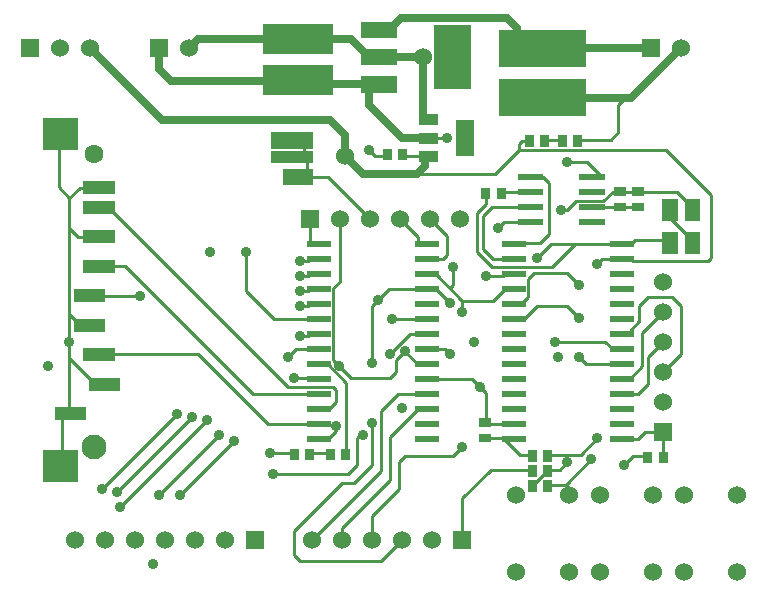
<source format=gbr>
G04 start of page 2 for group 0 idx 0 *
G04 Title: (unknown), component *
G04 Creator: pcb 20091103 *
G04 CreationDate: Mon 30 Aug 2010 13:37:24 GMT UTC *
G04 For: thomas *
G04 Format: Gerber/RS-274X *
G04 PCB-Dimensions: 600000 500000 *
G04 PCB-Coordinate-Origin: lower left *
%MOIN*%
%FSLAX25Y25*%
%LNFRONT*%
%ADD11C,0.0100*%
%ADD12C,0.0250*%
%ADD13C,0.0600*%
%ADD14C,0.0200*%
%ADD15C,0.0827*%
%ADD16C,0.0630*%
%ADD17C,0.0360*%
%ADD18R,0.0370X0.0370*%
%ADD19R,0.1063X0.1063*%
%ADD20R,0.0433X0.0433*%
%ADD21R,0.0200X0.0200*%
%ADD22R,0.0295X0.0295*%
%ADD23R,0.0510X0.0510*%
%ADD24R,0.0560X0.0560*%
%ADD25R,0.0394X0.0394*%
%ADD26R,0.0551X0.0551*%
%ADD27R,0.0990X0.0990*%
%ADD28R,0.1230X0.1230*%
%ADD29R,0.0610X0.0610*%
%ADD30R,0.1220X0.1220*%
%ADD31C,0.0394*%
%ADD32C,0.0380*%
%ADD33C,0.0433*%
%ADD34C,0.0350*%
G54D11*X111000Y391000D02*X114538D01*
X115133Y391595D01*
X111000Y386000D02*X114538D01*
X115133Y386595D01*
X125133Y394133D02*X123000Y392000D01*
X111000Y401000D02*X114538D01*
X115133Y401595D01*
X111000Y396000D02*X114538D01*
X115133Y396595D01*
X111000Y376000D02*X114538D01*
X157133Y371595D02*X160405D01*
X162000Y370000D01*
X151133Y376595D02*X148595D01*
X142000Y370000D01*
X147000Y371000D02*Y370728D01*
X142595Y381595D02*X151133D01*
X121133D02*X103405D01*
X136000Y386000D02*Y367000D01*
X129000Y362000D02*X142000D01*
X123000Y392000D02*Y368000D01*
X129000Y362000D01*
X115133Y371595D02*X110595D01*
X108000Y369000D01*
X151133Y356595D02*X144595D01*
X157133Y361595D02*X169405D01*
X174000Y357000D01*
X144595Y356595D02*X139000Y351000D01*
X144000Y368000D02*Y364000D01*
X142000Y362000D01*
X147000Y371000D02*X144000Y368000D01*
X142000Y342462D02*X151133Y351595D01*
X147000Y336000D02*X163000D01*
X166000Y339000D01*
X124000Y344462D02*X121133Y341595D01*
X124000Y346000D02*Y344462D01*
X147000Y370728D02*X151133Y366595D01*
X180133Y346595D02*X174405D01*
X185236Y336492D02*X179728Y342000D01*
X180133Y346595D02*X174523D01*
X173016Y342000D02*X179728D01*
X180133Y341595D01*
X151133Y391595D02*X141595D01*
X157133D02*X157405D01*
X162000Y387000D01*
X141595Y391595D02*X136000Y386000D01*
X151133Y406595D02*Y409095D01*
X115133Y415095D02*Y406595D01*
X125133Y415095D02*Y394133D01*
X163000Y399000D02*Y393000D01*
X157133Y401595D02*X159595D01*
X161000Y403000D01*
Y409228D01*
X155133Y415095D01*
X151133Y409095D02*X145133Y415095D01*
X180000Y414000D02*X178000Y412000D01*
X185500Y414000D02*X180000D01*
X180133Y401595D02*X176405D01*
X173000Y405000D01*
X171000Y404000D02*X176000Y399000D01*
X185500Y419000D02*X176000D01*
X173000Y416000D01*
Y405000D01*
X171000Y417000D02*Y404000D01*
X179538Y396000D02*X180133Y396595D01*
X176266Y387728D02*X180133Y391595D01*
X174000Y396000D02*X179538D01*
X166000Y387728D02*X176266D01*
X166000Y388000D02*Y384000D01*
Y387728D02*X157133Y396595D01*
X163000Y393000D02*X162000Y392000D01*
X101405Y346595D02*X78000Y370000D01*
X52000Y319000D02*X81000Y348000D01*
X76000Y349000D02*X51000Y324000D01*
X46000Y325000D02*X71000Y350000D01*
X85000Y343000D02*X64882Y322882D01*
X72000Y323000D02*X90000Y341000D01*
X115133Y356595D02*X96405D01*
X110000Y362000D02*X114728D01*
X115133Y361595D01*
X102000Y337000D02*X109984D01*
X110000Y336984D01*
X32449Y350102D02*Y333765D01*
X31464Y332780D01*
X115133Y346595D02*X101405D01*
X121133Y351595D02*X121595D01*
X124000Y354000D01*
Y358000D02*X123000Y359000D01*
X124000Y354000D02*Y358000D01*
X108000Y359000D02*X123000D01*
X115118Y336984D02*X122102D01*
X122118Y337000D01*
X127236D02*Y360492D01*
X121133Y366595D01*
X102000Y330000D02*X128000D01*
X139000Y351000D02*Y331000D01*
X142000Y328000D02*Y342462D01*
X145000Y334000D02*X147000Y336000D01*
X139000Y301000D02*X146000Y308000D01*
X145000Y334000D02*Y325000D01*
X139000Y331000D02*X116000Y308000D01*
X126000D02*Y312000D01*
X112000Y301000D02*X139000D01*
X110000Y303000D02*X112000Y301000D01*
X110000Y311000D02*X126000Y327000D01*
X136000Y316000D02*Y308000D01*
X126000Y312000D02*X142000Y328000D01*
X145000Y325000D02*X136000Y316000D01*
Y333000D02*X130000Y327000D01*
X110000Y303000D02*Y311000D01*
X130000Y327000D02*X126000D01*
X128000Y330000D02*X131000Y333000D01*
Y342000D01*
X136000Y333000D02*Y347000D01*
X133000Y343000D02*X132000D01*
X131000Y342000D01*
X114538Y376000D02*X115133Y376595D01*
X78000Y370000D02*X48213D01*
X48000Y369787D01*
Y419000D02*X108000Y359000D01*
X96405Y356595D02*X53685Y399315D01*
X94000Y391000D02*Y404000D01*
X103405Y381595D02*X94000Y391000D01*
X58000Y389000D02*X58472Y389472D01*
X35000Y383379D02*X38749Y379630D01*
X35000Y368614D02*X43670Y359944D01*
X35000Y383000D02*Y352653D01*
X32449Y350102D01*
X28000Y366000D02*Y367000D01*
X222133Y361595D02*Y362133D01*
X226000Y366000D01*
X222133Y356595D02*X224595D01*
X228000Y360000D01*
Y369000D01*
X226000Y366000D02*Y377000D01*
X233000Y384000D01*
X228000Y369000D02*X233000Y374000D01*
Y344000D02*X227000D01*
X239000Y386000D02*Y370000D01*
X233000Y364000D01*
X222133Y366595D02*X207405D01*
X205000Y369000D01*
X197000Y374000D02*X213728D01*
X216133Y371595D01*
X222133Y376595D02*Y378133D01*
X225000Y381000D01*
X174000Y347118D02*Y357000D01*
X189441Y331492D02*X175492D01*
X166000Y322000D01*
Y308000D01*
X189441Y336492D02*X185236D01*
X174523Y346595D02*X174000Y347118D01*
X194559Y336492D02*X205492D01*
X211000Y342000D01*
X194559Y326492D02*X200492D01*
X209000Y335000D01*
X198492Y331492D02*X201000Y334000D01*
X189441Y326492D02*X189559D01*
X194559Y331492D01*
X198492D01*
X222133Y341595D02*X224595D01*
X227000Y344000D01*
X233000D02*Y335000D01*
X227882Y335984D02*X222984D01*
X220000Y333000D01*
G54D12*X184400Y472000D02*Y478600D01*
X181000Y482000D01*
X145600D01*
X141600Y478000D01*
Y469000D02*X153000D01*
Y448700D01*
X153600Y448100D01*
X135000Y459900D02*Y453000D01*
X129000Y475000D02*X135000Y469000D01*
X146000Y442000D02*X153600D01*
G54D11*X146000Y436000D02*X153500D01*
G54D12*X151000Y430000D02*X133000D01*
X135000Y453000D02*X146000Y442000D01*
G54D11*X153500Y436000D02*X153600Y435900D01*
G54D12*Y432600D01*
X151000Y430000D01*
G54D11*X177000D01*
X153600Y442000D02*X161000D01*
X48000Y399315D02*X53685D01*
X44851Y389472D02*X58472D01*
X41898Y425496D02*X38496D01*
X35000Y422000D01*
Y416055D01*
X41898Y409157D02*X37843D01*
X35000Y412000D01*
Y416000D02*Y383379D01*
X31464Y443410D02*Y425536D01*
X35000Y422000D01*
X113353Y441245D02*Y436520D01*
X114139Y435734D01*
Y429825D01*
X113354Y429040D01*
X121188D01*
X135133Y415095D01*
X140882Y436000D02*X137000D01*
X135000Y438000D01*
G54D12*X133000Y430000D02*X127000Y436000D01*
Y443000D01*
X122000Y448000D01*
X135000Y459900D02*X105900D01*
X104400Y461400D01*
X129000Y475000D02*X78000D01*
X69000Y461000D02*X104000D01*
X104400Y461400D01*
X122000Y448000D02*X66000D01*
X78000Y475000D02*X75000Y472000D01*
X65000D02*Y465000D01*
X69000Y461000D01*
X66000Y448000D02*X42000Y472000D01*
G54D11*X191000Y386000D02*X201000D01*
Y397000D02*X205000Y393000D01*
X201000Y386000D02*X205000Y382000D01*
X190000Y397000D02*X201000D01*
X180133Y381595D02*X186595D01*
X191000Y386000D01*
X180133Y386595D02*X185595D01*
X188000Y389000D01*
Y395000D01*
X190000Y397000D01*
X195000Y410000D02*X192000Y407000D01*
X186538D01*
X186133Y406595D01*
X191000Y402000D02*X192000D01*
X195595Y406595D02*X191000Y402000D01*
X176000Y399000D02*X196000D01*
X203595Y406595D01*
X216133Y401595D02*X212595D01*
X248000Y401000D02*X222728D01*
X222133Y401595D01*
X212595D02*X211000Y400000D01*
X224000Y424118D02*X216118D01*
X224984D02*X237582D01*
X235300Y415400D02*X242700Y408000D01*
X235300D02*X223538D01*
X222133Y406595D01*
X235300Y419000D02*Y415400D01*
X237582Y424118D02*X242700Y419000D01*
X234000Y438000D02*X249000Y423000D01*
Y402000D01*
X248000Y401000D01*
X192000Y429000D02*X193000D01*
X195000Y427000D01*
Y410000D01*
X201000Y434000D02*X207500D01*
X212500Y429000D01*
X216118Y424118D02*X213000Y421000D01*
X204000D02*X213000D01*
X199000Y418000D02*X201000D01*
X204000Y421000D01*
X179000Y423984D02*X185484D01*
X185500Y424000D01*
X173882Y423984D02*Y419882D01*
X171000Y417000D01*
X216133Y406595D02*X195595D01*
X177000Y430000D02*X185000Y438000D01*
Y440000D01*
X186000Y441000D01*
X187949D01*
X193559Y441492D02*X199441D01*
X185000Y438000D02*X234000D01*
X225000Y381000D02*Y386000D01*
X228000Y389000D01*
X236000D01*
X239000Y386000D01*
X212500Y419000D02*X224000D01*
X204559Y441492D02*X215492D01*
X218000Y444000D01*
Y453000D01*
G54D12*X201000Y472000D02*X229000D01*
X201000Y455400D02*X222400D01*
X239000Y472000D01*
G54D11*X218000Y453000D02*X220000Y455000D01*
G54D13*X240000Y323000D03*
X257717Y297409D03*
Y323000D03*
X240000Y297409D03*
X212000Y323000D03*
X229717Y297409D03*
Y323000D03*
X212000Y297409D03*
X201717D03*
Y323000D03*
G54D14*G36*
X112133Y418095D02*Y412095D01*
X118133D01*
Y418095D01*
X112133D01*
G37*
G54D13*X125133Y415095D03*
X135133D03*
X145133D03*
X155133D03*
G54D14*G36*
X62000Y475000D02*Y469000D01*
X68000D01*
Y475000D01*
X62000D01*
G37*
G54D13*X75000Y472000D03*
G54D15*X43275Y339079D03*
G54D16*Y436717D03*
G54D14*G36*
X19000Y475000D02*Y469000D01*
X25000D01*
Y475000D01*
X19000D01*
G37*
G54D13*X32000Y472000D03*
X42000D03*
X165133Y415095D03*
G54D14*G36*
X226000Y475000D02*Y469000D01*
X232000D01*
Y475000D01*
X226000D01*
G37*
G54D13*X239000Y472000D03*
G54D14*G36*
X230000Y347000D02*Y341000D01*
X236000D01*
Y347000D01*
X230000D01*
G37*
G54D13*X233000Y354000D03*
Y364000D03*
Y374000D03*
Y384000D03*
Y394000D03*
X184000Y323000D03*
Y297409D03*
G54D14*G36*
X163000Y311000D02*Y305000D01*
X169000D01*
Y311000D01*
X163000D01*
G37*
G54D13*X156000Y308000D03*
X146000D03*
X136000D03*
X126000D03*
X116000D03*
G54D14*G36*
X94000Y311000D02*Y305000D01*
X100000D01*
Y311000D01*
X94000D01*
G37*
G54D13*X87000Y308000D03*
X77000D03*
X67000D03*
X57000D03*
X47000D03*
X37000D03*
G54D17*X142595Y381595D03*
X138000Y388000D03*
X162000Y387000D03*
X166000Y384000D03*
X205000Y382000D03*
Y369000D03*
X198000D03*
X197000Y374000D03*
X174000Y396000D03*
X178000Y412000D03*
X163000Y399000D03*
X211000Y400000D03*
X205000Y393000D03*
X199000Y418000D03*
X201000Y434000D03*
X191000Y402000D03*
G54D13*X153000Y469000D03*
G54D17*X135000Y438000D03*
G54D13*X127000Y436000D03*
G54D17*X161000Y442000D03*
X63000Y300000D03*
X64882Y322882D03*
X72000Y323000D03*
X52000Y319000D03*
X46000Y325000D03*
X51000Y324000D03*
X85000Y343000D03*
X90000Y341000D03*
X102000Y337000D03*
X103000Y330000D03*
X81000Y348000D03*
X76000Y349000D03*
X71000Y350000D03*
X112000Y376000D03*
X110000Y362000D03*
X108000Y369000D03*
X112000Y386000D03*
Y391000D03*
Y396000D03*
Y401000D03*
X94000Y404000D03*
X82000D03*
X58472Y389472D03*
X28000Y366000D03*
X35000Y374000D03*
X162000Y370000D03*
X170000Y374000D03*
X172000Y359000D03*
X133000Y343000D03*
X166000Y339000D03*
X211000Y342000D03*
X220000Y333000D03*
X209000Y335000D03*
X201000Y334000D03*
X142000Y370000D03*
X136000Y367000D03*
X147000Y371000D03*
X125000Y366000D03*
X146000Y352000D03*
X124000Y346000D03*
X136000Y347000D03*
G54D18*X153600Y442000D02*X156000D01*
G54D19*X31464Y443410D02*X32645D01*
G54D20*X41898Y419000D02*X48000D01*
X41898Y425496D02*X48000D01*
X41898Y409157D02*X48000D01*
G54D21*X151133Y406595D02*X157133D01*
G54D22*X188441Y441492D02*Y440508D01*
G54D20*X41898Y399315D02*X48000D01*
G54D21*X115133Y406595D02*X121133D01*
X115133Y401595D02*X121133D01*
X115133Y396595D02*X121133D01*
X115133Y391595D02*X121133D01*
X115133Y386595D02*X121133D01*
X115133Y381595D02*X121133D01*
X115133Y376595D02*X121133D01*
X115133Y371595D02*X121133D01*
X115133Y366595D02*X121133D01*
X115133Y361595D02*X121133D01*
X115133Y356595D02*X121133D01*
G54D22*X173016Y347118D02*X174000D01*
X173016Y342000D02*X174000D01*
G54D21*X151133Y341595D02*X157133D01*
X151133Y346595D02*X157133D01*
X151133Y351595D02*X157133D01*
X151133Y356595D02*X157133D01*
X151133Y361595D02*X157133D01*
X151133Y366595D02*X157133D01*
X151133Y371595D02*X157133D01*
X151133Y376595D02*X157133D01*
X151133Y381595D02*X157133D01*
X151133Y386595D02*X157133D01*
X151133Y391595D02*X157133D01*
X151133Y396595D02*X157133D01*
X151133Y401595D02*X157133D01*
G54D22*X173882Y423984D02*Y423000D01*
X179000Y423984D02*Y423000D01*
G54D23*X242700Y408000D02*Y406000D01*
X235300Y408000D02*Y406000D01*
G54D21*X216133Y376595D02*X222133D01*
X216133Y381595D02*X222133D01*
X216133Y386595D02*X222133D01*
X216133Y391595D02*X222133D01*
X216133Y396595D02*X222133D01*
X216133Y401595D02*X222133D01*
X216133Y406595D02*X222133D01*
G54D22*X217984Y419000D02*X218968D01*
X224000D02*X224984D01*
G54D23*X235300D02*Y417000D01*
X242700Y419000D02*Y417000D01*
G54D22*X217984Y424118D02*X218968D01*
X224000D02*X224984D01*
G54D21*X216133Y341595D02*X222133D01*
X216133Y346595D02*X222133D01*
X216133Y351595D02*X222133D01*
X216133Y356595D02*X222133D01*
X216133Y361595D02*X222133D01*
X216133Y366595D02*X222133D01*
X216133Y371595D02*X222133D01*
X180133Y401595D02*X186133D01*
X180133Y396595D02*X186133D01*
X180133Y391595D02*X186133D01*
X180133Y386595D02*X186133D01*
X180133Y381595D02*X186133D01*
X180133Y406595D02*X186133D01*
X185500Y419000D02*X192000D01*
X185500Y414000D02*X192000D01*
X206000D02*X212500D01*
X206000Y419000D02*X212500D01*
X206000Y424000D02*X212500D01*
X206000Y429000D02*X212500D01*
X180133Y376595D02*X186133D01*
X180133Y371595D02*X186133D01*
X180133Y366595D02*X186133D01*
X180133Y361595D02*X186133D01*
X180133Y356595D02*X186133D01*
X180133Y351595D02*X186133D01*
X180133Y346595D02*X186133D01*
X180133Y341595D02*X186133D01*
G54D22*X189441Y326492D02*Y325508D01*
X194559Y326492D02*Y325508D01*
X189441Y331492D02*Y330508D01*
X194559Y331492D02*Y330508D01*
Y336492D02*Y335508D01*
X189441Y336492D02*Y335508D01*
X227882Y335984D02*Y335000D01*
X233000Y335984D02*Y335000D01*
X127236Y337000D02*Y336016D01*
X122118Y337000D02*Y336016D01*
X110000Y336984D02*Y336000D01*
X115118Y336984D02*Y336000D01*
G54D21*X115133Y351595D02*X121133D01*
X115133Y346595D02*X121133D01*
X115133Y341595D02*X121133D01*
G54D20*X32449Y350102D02*X38551D01*
G54D19*X31464Y332780D02*X32645D01*
G54D20*X43670Y359944D02*X49772D01*
X41898Y369787D02*X48000D01*
X38749Y379630D02*X44851D01*
X38749Y389472D02*X44851D01*
G54D22*X146118Y436984D02*Y436000D01*
X141000Y436984D02*Y436000D01*
G54D24*X135000Y478000D02*X141600D01*
X135000Y469000D02*X141600D01*
X135000Y459900D02*X141600D01*
G54D18*X153600Y448100D02*X156000D01*
X153600Y435900D02*X156000D01*
G54D25*X104297Y435734D02*X114139D01*
G54D26*X105085Y441245D02*X113353D01*
X109023Y429040D02*X113354D01*
G54D27*X104400Y461400D02*X118000D01*
X104400Y475000D02*X118000D01*
G54D28*X184400Y472000D02*X201000D01*
G54D29*X167000Y445000D02*Y439000D01*
G54D30*X162700Y473500D02*Y464500D01*
G54D28*X184400Y455400D02*X201000D01*
G54D21*X185500Y429000D02*X192000D01*
X185500Y424000D02*X192000D01*
G54D22*X199441Y441492D02*Y440508D01*
X204559Y441492D02*Y440508D01*
X193559Y441492D02*Y440508D01*
G54D31*G54D32*G54D16*G54D33*G54D32*G54D31*G54D32*G54D14*G54D34*G54D14*G54D34*G54D14*M02*

</source>
